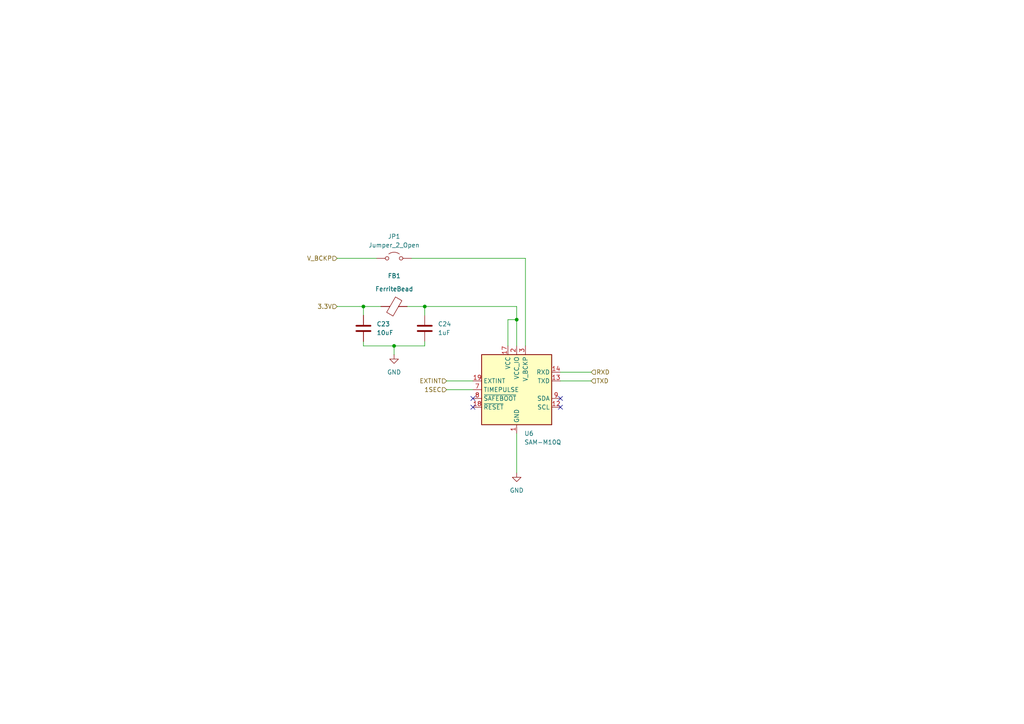
<source format=kicad_sch>
(kicad_sch (version 20250114) (generator "eeschema") (generator_version "9.0")
  (paper "A4")
  (title_block (date "2025-07-29") (company "California Strawberry Commission"))
  (lib_symbols
    (symbol "Device:C" (pin_numbers (hide yes)) (pin_names (offset 0.254))
      (property "Reference" "C" (at 0.635 2.54 0))
      (property "Value" "C" (at 0.635 -2.54 0))
      (symbol "C_0_1"
        (polyline (pts (xy -2.032 0.762) (xy 2.032 0.762)) (stroke (width 0.508)))
        (polyline (pts (xy -2.032 -0.762) (xy 2.032 -0.762)) (stroke (width 0.508)))
      )
      (symbol "C_1_1"
        (pin passive line (at 0 3.81 270) (length 2.794) (name "~") (number "1"))
        (pin passive line (at 0 -3.81 90) (length 2.794) (name "~") (number "2"))
      )
    )
    (symbol "Device:FerriteBead" (pin_numbers (hide yes)) (pin_names (offset 0))
      (property "Reference" "FB" (at -3.81 0.635 90))
      (property "Value" "FerriteBead" (at 3.81 0 90))
      (symbol "FerriteBead_0_1"
        (polyline (pts (xy -2.7686 0.4064) (xy -1.7018 2.2606) (xy 2.7686 -0.3048) (xy 1.6764 -2.159) (xy -2.7686 0.4064)))
        (polyline (pts (xy 0 1.27) (xy 0 1.2954)))
        (polyline (pts (xy 0 -1.27) (xy 0 -1.2192)))
      )
      (symbol "FerriteBead_1_1"
        (pin passive line (at 0 3.81 270) (length 2.54) (name "~") (number "1"))
        (pin passive line (at 0 -3.81 90) (length 2.54) (name "~") (number "2"))
      )
    )
    (symbol "Jumper:Jumper_2_Open" (pin_numbers (hide yes)) (pin_names (offset 0) (hide yes))
      (property "Reference" "JP" (at 0 2.794 0))
      (property "Value" "Jumper_2_Open" (at 0 -2.286 0))
      (symbol "Jumper_2_Open_0_0"
        (circle (center -2.032 0) (radius 0.508))
        (circle (center 2.032 0) (radius 0.508))
      )
      (symbol "Jumper_2_Open_0_1"
        (arc (start -1.524 1.27) (mid 0 1.778) (end 1.524 1.27))
      )
      (symbol "Jumper_2_Open_1_1"
        (pin passive line (at -5.08 0 0) (length 2.54) (name "A") (number "1"))
        (pin passive line (at 5.08 0 180) (length 2.54) (name "B") (number "2"))
      )
    )
    (symbol "RF_GPS:SAM-M8Q"
      (property "Reference" "U" (at -8.89 11.43 0))
      (property "Value" "SAM-M8Q" (at 8.89 11.43 0))
      (symbol "SAM-M8Q_0_1"
        (rectangle (start -10.16 10.16) (end 10.16 -10.16) (stroke (width 0.254)) (fill (type background)))
      )
      (symbol "SAM-M8Q_1_1"
        (pin input line (at -12.7 2.54 0) (length 2.54) (name "EXTINT") (number "19"))
        (pin output line (at -12.7 0 0) (length 2.54) (name "TIMEPULSE") (number "7"))
        (pin input line (at -12.7 -2.54 0) (length 2.54) (name "~{SAFEBOOT}") (number "8"))
        (pin input line (at -12.7 -5.08 0) (length 2.54) (name "~{RESET}") (number "18"))
        (pin power_in line (at -2.54 12.7 270) (length 2.54) (name "VCC") (number "17"))
        (pin power_in line (at 0 12.7 270) (length 2.54) (name "VCC_IO") (number "2"))
        (pin power_in line (at 0 -12.7 90) (length 2.54) (name "GND") (number "1"))
        (pin passive line (at 0 -12.7 90) (length 2.54) (hide yes) (name "GND") (number "10"))
        (pin passive line (at 0 -12.7 90) (length 2.54) (hide yes) (name "GND") (number "11"))
        (pin passive line (at 0 -12.7 90) (length 2.54) (hide yes) (name "GND") (number "15"))
        (pin passive line (at 0 -12.7 90) (length 2.54) (hide yes) (name "GND") (number "16"))
        (pin passive line (at 0 -12.7 90) (length 2.54) (hide yes) (name "GND") (number "20"))
        (pin passive line (at 0 -12.7 90) (length 2.54) (hide yes) (name "GND") (number "4"))
        (pin passive line (at 0 -12.7 90) (length 2.54) (hide yes) (name "GND") (number "5"))
        (pin passive line (at 0 -12.7 90) (length 2.54) (hide yes) (name "GND") (number "6"))
        (pin power_in line (at 2.54 12.7 270) (length 2.54) (name "V_BCKP") (number "3"))
        (pin input line (at 12.7 5.08 180) (length 2.54) (name "RXD") (number "14"))
        (pin output line (at 12.7 2.54 180) (length 2.54) (name "TXD") (number "13"))
        (pin bidirectional line (at 12.7 -2.54 180) (length 2.54) (name "SDA") (number "9"))
        (pin input line (at 12.7 -5.08 180) (length 2.54) (name "SCL") (number "12"))
      )
    )
    (symbol "power:GND" (power) (pin_numbers (hide yes)) (pin_names (offset 0) (hide yes))
      (property "Value" "GND" (at 0 -3.81 0))
      (symbol "GND_0_1"
        (polyline (pts (xy 0 0) (xy 0 -1.27) (xy 1.27 -1.27) (xy 0 -2.54) (xy -1.27 -1.27) (xy 0 -1.27)))
      )
      (symbol "GND_1_1"
        (pin power_in line (at 0 0 270) (length 0) (name "~") (number "1"))
      )
    )
  )
  (junction (at 114.3 100.33))
  (junction (at 123.19 88.9))
  (junction (at 105.41 88.9))
  (junction (at 149.86 92.71))
  (no_connect (at 137.16 115.57))
  (no_connect (at 162.56 115.57))
  (no_connect (at 162.56 118.11))
  (no_connect (at 137.16 118.11))
  (wire (pts (xy 123.19 88.9) (xy 149.86 88.9)))
  (wire (pts (xy 162.56 107.95) (xy 171.45 107.95)))
  (wire (pts (xy 162.56 110.49) (xy 171.45 110.49)))
  (wire (pts (xy 129.54 110.49) (xy 137.16 110.49)))
  (wire (pts (xy 97.79 74.93) (xy 109.22 74.93)))
  (wire (pts (xy 123.19 88.9) (xy 123.19 91.44)))
  (wire (pts (xy 114.3 100.33) (xy 114.3 102.87)))
  (wire (pts (xy 149.86 92.71) (xy 149.86 100.33)))
  (wire (pts (xy 147.32 92.71) (xy 147.32 100.33)))
  (wire (pts (xy 149.86 125.73) (xy 149.86 137.16)))
  (wire (pts (xy 105.41 100.33) (xy 114.3 100.33)))
  (wire (pts (xy 123.19 100.33) (xy 123.19 99.06)))
  (wire (pts (xy 97.79 88.9) (xy 105.41 88.9)))
  (wire (pts (xy 105.41 99.06) (xy 105.41 100.33)))
  (wire (pts (xy 114.3 100.33) (xy 123.19 100.33)))
  (wire (pts (xy 149.86 88.9) (xy 149.86 92.71)))
  (wire (pts (xy 118.11 88.9) (xy 123.19 88.9)))
  (wire (pts (xy 149.86 92.71) (xy 147.32 92.71)))
  (wire (pts (xy 152.4 74.93) (xy 152.4 100.33)))
  (wire (pts (xy 105.41 88.9) (xy 110.49 88.9)))
  (wire (pts (xy 152.4 74.93) (xy 119.38 74.93)))
  (wire (pts (xy 129.54 113.03) (xy 137.16 113.03)))
  (wire (pts (xy 105.41 88.9) (xy 105.41 91.44)))
  (hierarchical_label "TXD" (shape input) (at 171.45 110.49 0))
  (hierarchical_label "1SEC" (shape input) (at 129.54 113.03 180))
  (hierarchical_label "3.3V" (shape input) (at 97.79 88.9 180))
  (hierarchical_label "EXTINT" (shape input) (at 129.54 110.49 180))
  (hierarchical_label "V_BCKP" (shape input) (at 97.79 74.93 180))
  (hierarchical_label "RXD" (shape input) (at 171.45 107.95 0))
  (symbol (lib_id "Device:C") (at 105.41 95.25 0) (unit 1)
    (property "Reference" "C23" (at 109.22 93.9799 0) (effects (justify left)))
    (property "Value" "10uF" (at 109.22 96.5199 0) (effects (justify left)))
    (property "Description" "Unpolarized capacitor" (effects (hide yes)))
  )
  (symbol (lib_id "power:GND") (at 149.86 137.16 0) (unit 1)
    (property "Reference" "#PWR023" (effects (hide yes)))
    (property "Value" "GND" (at 149.86 142.24 0))
    (property "Description" "Power symbol creates a global label with name \"GND\" , ground" (effects (hide yes)))
  )
  (symbol (lib_id "Jumper:Jumper_2_Open") (at 114.3 74.93 0) (unit 1)
    (property "Reference" "JP1" (at 114.3 68.58 0))
    (property "Value" "Jumper_2_Open" (at 114.3 71.12 0))
    (property "Footprint" "Connector_PinHeader_2.54mm:PinHeader_1x02_P2.54mm_Vertical" (effects (hide yes)))
    (property "Description" "Jumper, 2-pole, open" (effects (hide yes)))
  )
  (symbol (lib_id "Device:C") (at 123.19 95.25 0) (unit 1)
    (property "Reference" "C24" (at 127 93.9799 0) (effects (justify left)))
    (property "Value" "1uF" (at 127 96.5199 0) (effects (justify left)))
    (property "Description" "Unpolarized capacitor" (effects (hide yes)))
  )
  (symbol (lib_id "RF_GPS:SAM-M8Q") (at 149.86 113.03 0) (unit 1)
    (property "Reference" "U6" (at 152.0541 125.73 0) (effects (justify left)))
    (property "Value" "SAM-M10Q" (at 152.0541 128.27 0) (effects (justify left)))
    (property "Footprint" "RF_GPS:ublox_SAM-M8Q" (effects (hide yes)))
    (property "Datasheet" "https://www.u-blox.com/sites/default/files/SAM-M8Q_DataSheet_%28UBX-16012619%29.pdf" (effects (hide yes)))
    (property "Description" "GPS ublox M8 variant" (effects (hide yes)))
  )
  (symbol (lib_id "power:GND") (at 114.3 102.87 0) (unit 1)
    (property "Reference" "#PWR022" (effects (hide yes)))
    (property "Value" "GND" (at 114.3 107.95 0))
    (property "Description" "Power symbol creates a global label with name \"GND\" , ground" (effects (hide yes)))
  )
  (symbol (lib_id "Device:FerriteBead") (at 114.3 88.9 270) (unit 1)
    (property "Reference" "FB1" (at 114.3508 80.01 90))
    (property "Value" "FerriteBead" (at 114.3508 83.82 90))
    (property "Description" "Ferrite bead" (effects (hide yes)))
  )
)
</source>
